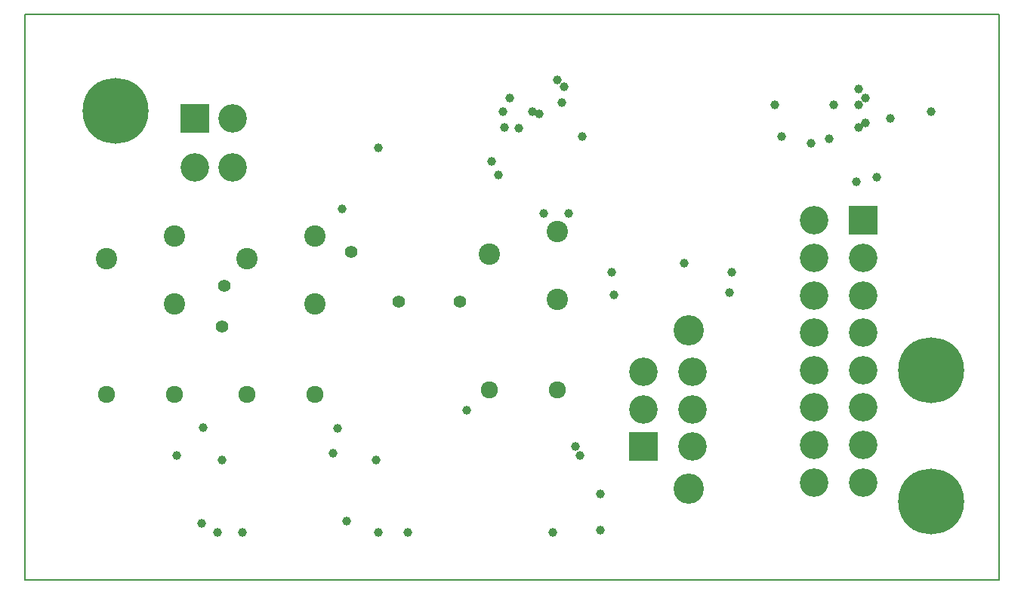
<source format=gbr>
%TF.GenerationSoftware,KiCad,Pcbnew,4.0.7-e2-6376~58~ubuntu16.04.1*%
%TF.CreationDate,2018-07-21T13:50:59-02:30*%
%TF.ProjectId,Battery_Shield,426174746572795F536869656C642E6B,rev?*%
%TF.FileFunction,Soldermask,Bot*%
%FSLAX46Y46*%
G04 Gerber Fmt 4.6, Leading zero omitted, Abs format (unit mm)*
G04 Created by KiCad (PCBNEW 4.0.7-e2-6376~58~ubuntu16.04.1) date Sat Jul 21 13:50:59 2018*
%MOMM*%
%LPD*%
G01*
G04 APERTURE LIST*
%ADD10C,0.100000*%
%ADD11C,0.150000*%
%ADD12R,3.200000X3.200000*%
%ADD13C,3.200000*%
%ADD14C,3.400000*%
%ADD15C,1.920000*%
%ADD16C,2.400000*%
%ADD17C,7.400000*%
%ADD18C,1.200000*%
%ADD19C,1.000000*%
%ADD20C,1.400000*%
G04 APERTURE END LIST*
D10*
D11*
X228600000Y-66040000D02*
X119380000Y-66040000D01*
X228600000Y-129540000D02*
X228600000Y-66040000D01*
X119380000Y-129540000D02*
X228600000Y-129540000D01*
X119380000Y-66040000D02*
X119380000Y-129540000D01*
D12*
X138430000Y-77724000D03*
D13*
X142630000Y-77724000D03*
X138430000Y-83224000D03*
X142630000Y-83224000D03*
D12*
X188722000Y-114554000D03*
D13*
X188722000Y-110354000D03*
X188722000Y-106154000D03*
X194222000Y-114554000D03*
X194222000Y-110354000D03*
X194222000Y-106154000D03*
D14*
X193762000Y-119254000D03*
X193762000Y-101454000D03*
D12*
X213360000Y-89154000D03*
D13*
X213360000Y-93354000D03*
X213360000Y-97554000D03*
X213360000Y-101754000D03*
X213360000Y-105954000D03*
X213360000Y-110154000D03*
X213360000Y-114354000D03*
X213360000Y-118554000D03*
X207860000Y-89154000D03*
X207860000Y-93354000D03*
X207860000Y-97554000D03*
X207860000Y-101754000D03*
X207860000Y-105954000D03*
X207860000Y-110154000D03*
X207860000Y-114354000D03*
X207860000Y-118554000D03*
D15*
X136144000Y-108712000D03*
D16*
X136144000Y-98552000D03*
X136144000Y-90932000D03*
X128524000Y-93472000D03*
D15*
X128524000Y-108712000D03*
X151892000Y-108712000D03*
D16*
X151892000Y-98552000D03*
X151892000Y-90932000D03*
X144272000Y-93472000D03*
D15*
X144272000Y-108712000D03*
X179070000Y-108204000D03*
D16*
X179070000Y-98044000D03*
X179070000Y-90424000D03*
X171450000Y-92964000D03*
D15*
X171450000Y-108204000D03*
D17*
X220980000Y-120747690D03*
D18*
X223605000Y-120747690D03*
X222836155Y-122603845D03*
X220980000Y-123372690D03*
X219123845Y-122603845D03*
X218355000Y-120747690D03*
X219123845Y-118891535D03*
X220980000Y-118122690D03*
X222836155Y-118891535D03*
D17*
X220980000Y-105996155D03*
D18*
X223605000Y-105996155D03*
X222836155Y-107852310D03*
X220980000Y-108621155D03*
X219123845Y-107852310D03*
X218355000Y-105996155D03*
X219123845Y-104140000D03*
X220980000Y-103371155D03*
X222836155Y-104140000D03*
D17*
X129540000Y-76883845D03*
D18*
X132165000Y-76883845D03*
X131396155Y-78740000D03*
X129540000Y-79508845D03*
X127683845Y-78740000D03*
X126915000Y-76883845D03*
X127683845Y-75027690D03*
X129540000Y-74258845D03*
X131396155Y-75027690D03*
D19*
X139325000Y-112425000D03*
X207518000Y-80518000D03*
X210058000Y-76200000D03*
X183896000Y-119888000D03*
X181102000Y-114554000D03*
X181610000Y-115570000D03*
X168910000Y-110490000D03*
X154432000Y-112522000D03*
X158750000Y-116078000D03*
X153924000Y-115316000D03*
X155448000Y-122936000D03*
X139192000Y-123190000D03*
X141478000Y-116078000D03*
X136398000Y-115570000D03*
X216408000Y-77724000D03*
X193294000Y-93980000D03*
X198628000Y-94996000D03*
X198374000Y-97282000D03*
X209550000Y-80010000D03*
X220980000Y-76962000D03*
X212852000Y-74422000D03*
X177038000Y-77216000D03*
X181864000Y-79756000D03*
X172466000Y-84074000D03*
X171704000Y-82550000D03*
X154940000Y-87884000D03*
X159004000Y-81026000D03*
D20*
X155956000Y-92710000D03*
D19*
X143764000Y-124206000D03*
X140970000Y-124206000D03*
X183896000Y-123952000D03*
X178562000Y-124206000D03*
X162306000Y-124206000D03*
X159004000Y-124206000D03*
D20*
X141478000Y-101092000D03*
X141732000Y-96520000D03*
D19*
X173168000Y-78734000D03*
X174718000Y-78759000D03*
X177546000Y-88392000D03*
X180340000Y-88392000D03*
X185166000Y-94996000D03*
X185420000Y-97536000D03*
X203454000Y-76200000D03*
X204216000Y-79756000D03*
X179070000Y-73406000D03*
X172974000Y-76962000D03*
X179578000Y-75946000D03*
X176276000Y-76962000D03*
X179832000Y-74168000D03*
X173736000Y-75438000D03*
D20*
X168148000Y-98298000D03*
X161290000Y-98298000D03*
D19*
X213614000Y-78232000D03*
X213614000Y-75438000D03*
X212852000Y-76200000D03*
X212852000Y-78740000D03*
X212598000Y-84836000D03*
X214884000Y-84328000D03*
M02*

</source>
